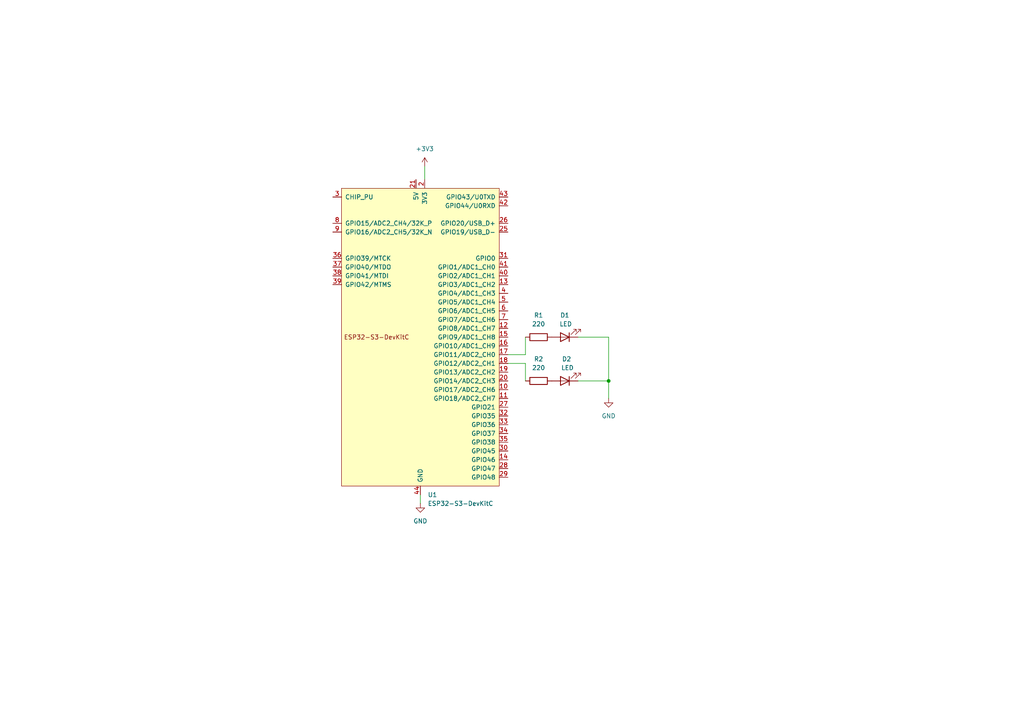
<source format=kicad_sch>
(kicad_sch (version 20250114) (generator "eeschema") (generator_version "9.0")
  (paper "A4")
  (lib_symbols
    (symbol "Device:LED" (pin_numbers (hide yes)) (pin_names (offset 1.016) (hide yes))
      (property "Reference" "D" (at 0 2.54 0))
      (property "Value" "LED" (at 0 -2.54 0))
      (symbol "LED_0_1"
        (polyline (pts (xy -3.048 -0.762) (xy -4.572 -2.286) (xy -3.81 -2.286) (xy -4.572 -2.286) (xy -4.572 -1.524)))
        (polyline (pts (xy -1.778 -0.762) (xy -3.302 -2.286) (xy -2.54 -2.286) (xy -3.302 -2.286) (xy -3.302 -1.524)))
        (polyline (pts (xy -1.27 0) (xy 1.27 0)))
        (polyline (pts (xy -1.27 -1.27) (xy -1.27 1.27)) (stroke (width 0.254)))
        (polyline (pts (xy 1.27 -1.27) (xy 1.27 1.27) (xy -1.27 0) (xy 1.27 -1.27)) (stroke (width 0.254)))
      )
      (symbol "LED_1_1"
        (pin passive line (at -3.81 0 0) (length 2.54) (name "K") (number "1"))
        (pin passive line (at 3.81 0 180) (length 2.54) (name "A") (number "2"))
      )
    )
    (symbol "Device:R" (pin_numbers (hide yes)) (pin_names (offset 0))
      (property "Reference" "R" (at 2.032 0 90))
      (property "Value" "R" (at 0 0 90))
      (symbol "R_0_1"
        (rectangle (start -1.016 -2.54) (end 1.016 2.54) (stroke (width 0.254)))
      )
      (symbol "R_1_1"
        (pin passive line (at 0 3.81 270) (length 1.27) (name "~") (number "1"))
        (pin passive line (at 0 -3.81 90) (length 1.27) (name "~") (number "2"))
      )
    )
    (symbol "PCM_Espressif:ESP32-S3-DevKitC" (pin_names (offset 1.016))
      (property "Reference" "U" (at -22.86 48.26 0))
      (property "Value" "ESP32-S3-DevKitC" (at -22.86 45.72 0))
      (symbol "ESP32-S3-DevKitC_0_0"
        (text "ESP32-S3-DevKitC" (at -12.7 0 0) (effects (font (size 1.27 1.27))))
        (pin bidirectional line (at -25.4 15.24 0) (length 2.54) (name "GPIO42/MTMS") (number "39"))
        (pin power_in line (at 0 -45.72 90) (length 2.54) (name "GND") (number "44"))
        (pin bidirectional line (at 25.4 40.64 180) (length 2.54) (name "GPIO43/U0TXD") (number "43"))
        (pin bidirectional line (at 25.4 38.1 180) (length 2.54) (name "GPIO44/U0RXD") (number "42"))
        (pin bidirectional line (at 25.4 20.32 180) (length 2.54) (name "GPIO1/ADC1_CH0") (number "41"))
        (pin bidirectional line (at 25.4 17.78 180) (length 2.54) (name "GPIO2/ADC1_CH1") (number "40"))
        (pin bidirectional line (at 25.4 -10.16 180) (length 2.54) (name "GPIO13/ADC2_CH2") (number "19"))
        (pin bidirectional line (at 25.4 -35.56 180) (length 2.54) (name "GPIO46") (number "14"))
      )
      (symbol "ESP32-S3-DevKitC_0_1"
        (rectangle (start -22.86 43.18) (end 22.86 -43.18) (fill (type background)))
        (pin power_in line (at 1.27 45.72 270) (length 2.54) (name "3V3") (number "2"))
      )
      (symbol "ESP32-S3-DevKitC_1_1"
        (pin input line (at -25.4 40.64 0) (length 2.54) (name "CHIP_PU") (number "3"))
        (pin bidirectional line (at -25.4 33.02 0) (length 2.54) (name "GPIO15/ADC2_CH4/32K_P") (number "8"))
        (pin bidirectional line (at -25.4 30.48 0) (length 2.54) (name "GPIO16/ADC2_CH5/32K_N") (number "9"))
        (pin bidirectional line (at -25.4 22.86 0) (length 2.54) (name "GPIO39/MTCK") (number "36"))
        (pin bidirectional line (at -25.4 20.32 0) (length 2.54) (name "GPIO40/MTDO") (number "37"))
        (pin bidirectional line (at -25.4 17.78 0) (length 2.54) (name "GPIO41/MTDI") (number "38"))
        (pin power_in line (at -1.27 45.72 270) (length 2.54) (name "5V") (number "21"))
        (pin passive line (at 0 -45.72 90) (length 2.54) (hide yes) (name "GND") (number "22"))
        (pin passive line (at 0 -45.72 90) (length 2.54) (hide yes) (name "GND") (number "23"))
        (pin passive line (at 0 -45.72 90) (length 2.54) (hide yes) (name "GND") (number "24"))
        (pin passive line (at 1.27 45.72 270) (length 2.54) (hide yes) (name "3V3") (number "1"))
        (pin bidirectional line (at 25.4 33.02 180) (length 2.54) (name "GPIO20/USB_D+") (number "26"))
        (pin bidirectional line (at 25.4 30.48 180) (length 2.54) (name "GPIO19/USB_D-") (number "25"))
        (pin bidirectional line (at 25.4 22.86 180) (length 2.54) (name "GPIO0") (number "31"))
        (pin bidirectional line (at 25.4 15.24 180) (length 2.54) (name "GPIO3/ADC1_CH2") (number "13"))
        (pin bidirectional line (at 25.4 12.7 180) (length 2.54) (name "GPIO4/ADC1_CH3") (number "4"))
        (pin bidirectional line (at 25.4 10.16 180) (length 2.54) (name "GPIO5/ADC1_CH4") (number "5"))
        (pin bidirectional line (at 25.4 7.62 180) (length 2.54) (name "GPIO6/ADC1_CH5") (number "6"))
        (pin bidirectional line (at 25.4 5.08 180) (length 2.54) (name "GPIO7/ADC1_CH6") (number "7"))
        (pin bidirectional line (at 25.4 2.54 180) (length 2.54) (name "GPIO8/ADC1_CH7") (number "12"))
        (pin bidirectional line (at 25.4 0 180) (length 2.54) (name "GPIO9/ADC1_CH8") (number "15"))
        (pin bidirectional line (at 25.4 -2.54 180) (length 2.54) (name "GPIO10/ADC1_CH9") (number "16"))
        (pin bidirectional line (at 25.4 -5.08 180) (length 2.54) (name "GPIO11/ADC2_CH0") (number "17"))
        (pin bidirectional line (at 25.4 -7.62 180) (length 2.54) (name "GPIO12/ADC2_CH1") (number "18"))
        (pin bidirectional line (at 25.4 -12.7 180) (length 2.54) (name "GPIO14/ADC2_CH3") (number "20"))
        (pin bidirectional line (at 25.4 -15.24 180) (length 2.54) (name "GPIO17/ADC2_CH6") (number "10"))
        (pin bidirectional line (at 25.4 -17.78 180) (length 2.54) (name "GPIO18/ADC2_CH7") (number "11"))
        (pin bidirectional line (at 25.4 -20.32 180) (length 2.54) (name "GPIO21") (number "27"))
        (pin bidirectional line (at 25.4 -22.86 180) (length 2.54) (name "GPIO35") (number "32"))
        (pin bidirectional line (at 25.4 -25.4 180) (length 2.54) (name "GPIO36") (number "33"))
        (pin bidirectional line (at 25.4 -27.94 180) (length 2.54) (name "GPIO37") (number "34"))
        (pin bidirectional line (at 25.4 -30.48 180) (length 2.54) (name "GPIO38") (number "35"))
        (pin bidirectional line (at 25.4 -33.02 180) (length 2.54) (name "GPIO45") (number "30"))
        (pin bidirectional line (at 25.4 -38.1 180) (length 2.54) (name "GPIO47") (number "28"))
        (pin bidirectional line (at 25.4 -40.64 180) (length 2.54) (name "GPIO48") (number "29"))
      )
    )
    (symbol "power:+3V3" (power) (pin_numbers (hide yes)) (pin_names (offset 0) (hide yes))
      (property "Value" "+3V3" (at 0 3.556 0))
      (symbol "+3V3_0_1"
        (polyline (pts (xy -0.762 1.27) (xy 0 2.54)))
        (polyline (pts (xy 0 2.54) (xy 0.762 1.27)))
        (polyline (pts (xy 0 0) (xy 0 2.54)))
      )
      (symbol "+3V3_1_1"
        (pin power_in line (at 0 0 90) (length 0) (name "~") (number "1"))
      )
    )
    (symbol "power:GND" (power) (pin_numbers (hide yes)) (pin_names (offset 0) (hide yes))
      (property "Value" "GND" (at 0 -3.81 0))
      (symbol "GND_0_1"
        (polyline (pts (xy 0 0) (xy 0 -1.27) (xy 1.27 -1.27) (xy 0 -2.54) (xy -1.27 -1.27) (xy 0 -1.27)))
      )
      (symbol "GND_1_1"
        (pin power_in line (at 0 0 270) (length 0) (name "~") (number "1"))
      )
    )
  )
  (junction (at 176.53 110.49))
  (wire (pts (xy 167.64 110.49) (xy 176.53 110.49)))
  (wire (pts (xy 152.4 110.49) (xy 152.4 105.41)))
  (wire (pts (xy 121.92 146.05) (xy 121.92 143.51)))
  (wire (pts (xy 123.19 48.26) (xy 123.19 52.07)))
  (wire (pts (xy 152.4 105.41) (xy 147.32 105.41)))
  (wire (pts (xy 176.53 110.49) (xy 176.53 115.57)))
  (wire (pts (xy 176.53 97.79) (xy 176.53 110.49)))
  (wire (pts (xy 152.4 102.87) (xy 147.32 102.87)))
  (wire (pts (xy 167.64 97.79) (xy 176.53 97.79)))
  (wire (pts (xy 152.4 97.79) (xy 152.4 102.87)))
  (symbol (lib_id "Device:LED") (at 163.83 97.79 180) (unit 1)
    (property "Reference" "D1" (at 163.83 91.44 0))
    (property "Value" "LED" (at 164.084 93.98 0))
    (property "Description" "Light emitting diode" (effects (hide yes)))
    (property "Sim.Pins" "1=K 2=A" (effects (hide yes)))
  )
  (symbol (lib_id "power:GND") (at 176.53 115.57 0) (unit 1)
    (property "Reference" "#PWR03" (effects (hide yes)))
    (property "Value" "GND" (at 176.53 120.65 0))
    (property "Description" "Power symbol creates a global label with name \"GND\" , ground" (effects (hide yes)))
  )
  (symbol (lib_id "power:+3V3") (at 123.19 48.26 0) (unit 1)
    (property "Reference" "#PWR02" (effects (hide yes)))
    (property "Value" "+3V3" (at 123.19 43.18 0))
    (property "Description" "Power symbol creates a global label with name \"+3V3\"" (effects (hide yes)))
  )
  (symbol (lib_id "PCM_Espressif:ESP32-S3-DevKitC") (at 121.92 97.79 0) (unit 1)
    (property "Reference" "U1" (at 124.0633 143.51 0) (effects (justify left)))
    (property "Value" "ESP32-S3-DevKitC" (at 124.0633 146.05 0) (effects (justify left)))
    (property "Footprint" "PCM_Espressif:ESP32-S3-DevKitC" (effects (hide yes)))
    (property "Description" "ESP32-S3-DevKitC" (effects (hide yes)))
  )
  (symbol (lib_id "Device:LED") (at 163.83 110.49 180) (unit 1)
    (property "Reference" "D2" (at 164.338 104.14 0))
    (property "Value" "LED" (at 164.592 106.68 0))
    (property "Description" "Light emitting diode" (effects (hide yes)))
    (property "Sim.Pins" "1=K 2=A" (effects (hide yes)))
  )
  (symbol (lib_id "Device:R") (at 156.21 97.79 90) (unit 1)
    (property "Reference" "R1" (at 156.21 91.44 90))
    (property "Value" "220" (at 156.21 93.98 90))
    (property "Description" "Resistor" (effects (hide yes)))
  )
  (symbol (lib_id "power:GND") (at 121.92 146.05 0) (unit 1)
    (property "Reference" "#PWR01" (effects (hide yes)))
    (property "Value" "GND" (at 121.92 151.13 0))
    (property "Description" "Power symbol creates a global label with name \"GND\" , ground" (effects (hide yes)))
  )
  (symbol (lib_id "Device:R") (at 156.21 110.49 90) (unit 1)
    (property "Reference" "R2" (at 156.21 104.14 90))
    (property "Value" "220" (at 156.21 106.68 90))
    (property "Description" "Resistor" (effects (hide yes)))
  )
)
</source>
